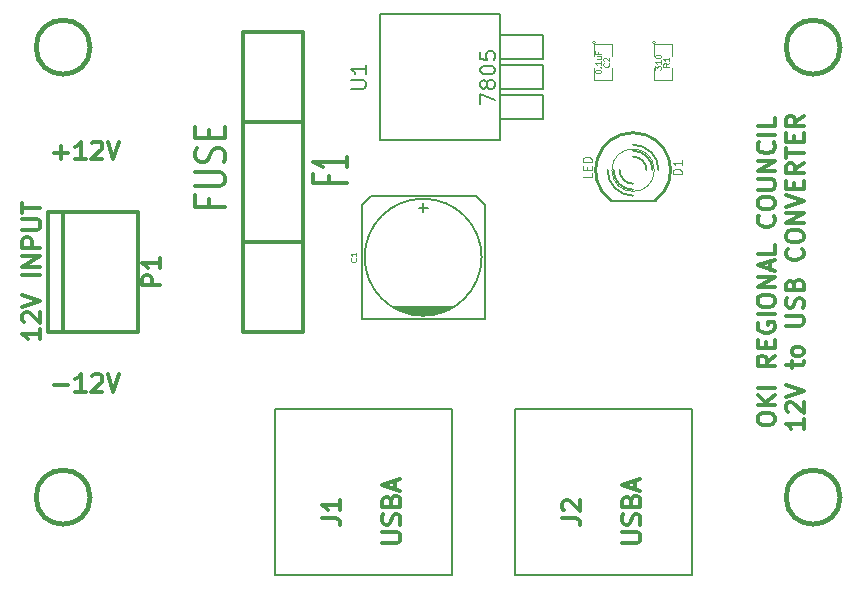
<source format=gto>
G04 (created by PCBNEW (2013-07-07 BZR 4022)-stable) date 6/6/2016 3:41:11 PM*
%MOIN*%
G04 Gerber Fmt 3.4, Leading zero omitted, Abs format*
%FSLAX34Y34*%
G01*
G70*
G90*
G04 APERTURE LIST*
%ADD10C,0.00590551*%
%ADD11C,0.011811*%
%ADD12C,0.005*%
%ADD13C,0.0039*%
%ADD14C,0.008*%
%ADD15C,0.003*%
%ADD16C,0.01*%
%ADD17C,0.006*%
%ADD18C,0.012*%
%ADD19C,0.015*%
%ADD20C,0.0043*%
%ADD21C,0.0035*%
%ADD22C,0.0047*%
G04 APERTURE END LIST*
G54D10*
G54D11*
X22209Y-22264D02*
X22659Y-22264D01*
X23250Y-22489D02*
X22912Y-22489D01*
X23081Y-22489D02*
X23081Y-21898D01*
X23025Y-21982D01*
X22968Y-22039D01*
X22912Y-22067D01*
X23474Y-21954D02*
X23503Y-21926D01*
X23559Y-21898D01*
X23699Y-21898D01*
X23756Y-21926D01*
X23784Y-21954D01*
X23812Y-22010D01*
X23812Y-22067D01*
X23784Y-22151D01*
X23446Y-22489D01*
X23812Y-22489D01*
X23981Y-21898D02*
X24178Y-22489D01*
X24374Y-21898D01*
X22209Y-14514D02*
X22659Y-14514D01*
X22434Y-14739D02*
X22434Y-14289D01*
X23250Y-14739D02*
X22912Y-14739D01*
X23081Y-14739D02*
X23081Y-14148D01*
X23025Y-14232D01*
X22968Y-14289D01*
X22912Y-14317D01*
X23474Y-14204D02*
X23503Y-14176D01*
X23559Y-14148D01*
X23699Y-14148D01*
X23756Y-14176D01*
X23784Y-14204D01*
X23812Y-14260D01*
X23812Y-14317D01*
X23784Y-14401D01*
X23446Y-14739D01*
X23812Y-14739D01*
X23981Y-14148D02*
X24178Y-14739D01*
X24374Y-14148D01*
X45648Y-23449D02*
X45648Y-23336D01*
X45676Y-23280D01*
X45732Y-23224D01*
X45845Y-23196D01*
X46042Y-23196D01*
X46154Y-23224D01*
X46210Y-23280D01*
X46239Y-23336D01*
X46239Y-23449D01*
X46210Y-23505D01*
X46154Y-23561D01*
X46042Y-23589D01*
X45845Y-23589D01*
X45732Y-23561D01*
X45676Y-23505D01*
X45648Y-23449D01*
X46239Y-22943D02*
X45648Y-22943D01*
X46239Y-22605D02*
X45901Y-22858D01*
X45648Y-22605D02*
X45985Y-22943D01*
X46239Y-22352D02*
X45648Y-22352D01*
X46239Y-21284D02*
X45957Y-21480D01*
X46239Y-21621D02*
X45648Y-21621D01*
X45648Y-21396D01*
X45676Y-21340D01*
X45704Y-21312D01*
X45760Y-21284D01*
X45845Y-21284D01*
X45901Y-21312D01*
X45929Y-21340D01*
X45957Y-21396D01*
X45957Y-21621D01*
X45929Y-21030D02*
X45929Y-20834D01*
X46239Y-20749D02*
X46239Y-21030D01*
X45648Y-21030D01*
X45648Y-20749D01*
X45676Y-20187D02*
X45648Y-20243D01*
X45648Y-20327D01*
X45676Y-20412D01*
X45732Y-20468D01*
X45789Y-20496D01*
X45901Y-20524D01*
X45985Y-20524D01*
X46098Y-20496D01*
X46154Y-20468D01*
X46210Y-20412D01*
X46239Y-20327D01*
X46239Y-20271D01*
X46210Y-20187D01*
X46182Y-20159D01*
X45985Y-20159D01*
X45985Y-20271D01*
X46239Y-19906D02*
X45648Y-19906D01*
X45648Y-19512D02*
X45648Y-19399D01*
X45676Y-19343D01*
X45732Y-19287D01*
X45845Y-19259D01*
X46042Y-19259D01*
X46154Y-19287D01*
X46210Y-19343D01*
X46239Y-19399D01*
X46239Y-19512D01*
X46210Y-19568D01*
X46154Y-19624D01*
X46042Y-19652D01*
X45845Y-19652D01*
X45732Y-19624D01*
X45676Y-19568D01*
X45648Y-19512D01*
X46239Y-19006D02*
X45648Y-19006D01*
X46239Y-18668D01*
X45648Y-18668D01*
X46070Y-18415D02*
X46070Y-18134D01*
X46239Y-18471D02*
X45648Y-18275D01*
X46239Y-18078D01*
X46239Y-17600D02*
X46239Y-17881D01*
X45648Y-17881D01*
X46182Y-16615D02*
X46210Y-16643D01*
X46239Y-16728D01*
X46239Y-16784D01*
X46210Y-16868D01*
X46154Y-16925D01*
X46098Y-16953D01*
X45985Y-16981D01*
X45901Y-16981D01*
X45789Y-16953D01*
X45732Y-16925D01*
X45676Y-16868D01*
X45648Y-16784D01*
X45648Y-16728D01*
X45676Y-16643D01*
X45704Y-16615D01*
X45648Y-16250D02*
X45648Y-16137D01*
X45676Y-16081D01*
X45732Y-16025D01*
X45845Y-15997D01*
X46042Y-15997D01*
X46154Y-16025D01*
X46210Y-16081D01*
X46239Y-16137D01*
X46239Y-16250D01*
X46210Y-16306D01*
X46154Y-16362D01*
X46042Y-16390D01*
X45845Y-16390D01*
X45732Y-16362D01*
X45676Y-16306D01*
X45648Y-16250D01*
X45648Y-15744D02*
X46126Y-15744D01*
X46182Y-15715D01*
X46210Y-15687D01*
X46239Y-15631D01*
X46239Y-15519D01*
X46210Y-15462D01*
X46182Y-15434D01*
X46126Y-15406D01*
X45648Y-15406D01*
X46239Y-15125D02*
X45648Y-15125D01*
X46239Y-14787D01*
X45648Y-14787D01*
X46182Y-14169D02*
X46210Y-14197D01*
X46239Y-14281D01*
X46239Y-14338D01*
X46210Y-14422D01*
X46154Y-14478D01*
X46098Y-14506D01*
X45985Y-14534D01*
X45901Y-14534D01*
X45789Y-14506D01*
X45732Y-14478D01*
X45676Y-14422D01*
X45648Y-14338D01*
X45648Y-14281D01*
X45676Y-14197D01*
X45704Y-14169D01*
X46239Y-13916D02*
X45648Y-13916D01*
X46239Y-13353D02*
X46239Y-13634D01*
X45648Y-13634D01*
X47183Y-23379D02*
X47183Y-23716D01*
X47183Y-23547D02*
X46593Y-23547D01*
X46677Y-23604D01*
X46733Y-23660D01*
X46762Y-23716D01*
X46649Y-23154D02*
X46621Y-23125D01*
X46593Y-23069D01*
X46593Y-22929D01*
X46621Y-22872D01*
X46649Y-22844D01*
X46705Y-22816D01*
X46762Y-22816D01*
X46846Y-22844D01*
X47183Y-23182D01*
X47183Y-22816D01*
X46593Y-22647D02*
X47183Y-22451D01*
X46593Y-22254D01*
X46790Y-21691D02*
X46790Y-21466D01*
X46593Y-21607D02*
X47099Y-21607D01*
X47155Y-21579D01*
X47183Y-21523D01*
X47183Y-21466D01*
X47183Y-21185D02*
X47155Y-21241D01*
X47127Y-21269D01*
X47071Y-21298D01*
X46902Y-21298D01*
X46846Y-21269D01*
X46818Y-21241D01*
X46790Y-21185D01*
X46790Y-21101D01*
X46818Y-21044D01*
X46846Y-21016D01*
X46902Y-20988D01*
X47071Y-20988D01*
X47127Y-21016D01*
X47155Y-21044D01*
X47183Y-21101D01*
X47183Y-21185D01*
X46593Y-20285D02*
X47071Y-20285D01*
X47127Y-20257D01*
X47155Y-20229D01*
X47183Y-20173D01*
X47183Y-20060D01*
X47155Y-20004D01*
X47127Y-19976D01*
X47071Y-19948D01*
X46593Y-19948D01*
X47155Y-19695D02*
X47183Y-19610D01*
X47183Y-19470D01*
X47155Y-19413D01*
X47127Y-19385D01*
X47071Y-19357D01*
X47015Y-19357D01*
X46958Y-19385D01*
X46930Y-19413D01*
X46902Y-19470D01*
X46874Y-19582D01*
X46846Y-19638D01*
X46818Y-19667D01*
X46762Y-19695D01*
X46705Y-19695D01*
X46649Y-19667D01*
X46621Y-19638D01*
X46593Y-19582D01*
X46593Y-19442D01*
X46621Y-19357D01*
X46874Y-18907D02*
X46902Y-18823D01*
X46930Y-18795D01*
X46987Y-18767D01*
X47071Y-18767D01*
X47127Y-18795D01*
X47155Y-18823D01*
X47183Y-18879D01*
X47183Y-19104D01*
X46593Y-19104D01*
X46593Y-18907D01*
X46621Y-18851D01*
X46649Y-18823D01*
X46705Y-18795D01*
X46762Y-18795D01*
X46818Y-18823D01*
X46846Y-18851D01*
X46874Y-18907D01*
X46874Y-19104D01*
X47127Y-17726D02*
X47155Y-17754D01*
X47183Y-17839D01*
X47183Y-17895D01*
X47155Y-17979D01*
X47099Y-18035D01*
X47043Y-18064D01*
X46930Y-18092D01*
X46846Y-18092D01*
X46733Y-18064D01*
X46677Y-18035D01*
X46621Y-17979D01*
X46593Y-17895D01*
X46593Y-17839D01*
X46621Y-17754D01*
X46649Y-17726D01*
X46593Y-17361D02*
X46593Y-17248D01*
X46621Y-17192D01*
X46677Y-17136D01*
X46790Y-17107D01*
X46987Y-17107D01*
X47099Y-17136D01*
X47155Y-17192D01*
X47183Y-17248D01*
X47183Y-17361D01*
X47155Y-17417D01*
X47099Y-17473D01*
X46987Y-17501D01*
X46790Y-17501D01*
X46677Y-17473D01*
X46621Y-17417D01*
X46593Y-17361D01*
X47183Y-16854D02*
X46593Y-16854D01*
X47183Y-16517D01*
X46593Y-16517D01*
X46593Y-16320D02*
X47183Y-16123D01*
X46593Y-15926D01*
X46874Y-15730D02*
X46874Y-15533D01*
X47183Y-15448D02*
X47183Y-15730D01*
X46593Y-15730D01*
X46593Y-15448D01*
X47183Y-14858D02*
X46902Y-15055D01*
X47183Y-15195D02*
X46593Y-15195D01*
X46593Y-14970D01*
X46621Y-14914D01*
X46649Y-14886D01*
X46705Y-14858D01*
X46790Y-14858D01*
X46846Y-14886D01*
X46874Y-14914D01*
X46902Y-14970D01*
X46902Y-15195D01*
X46593Y-14689D02*
X46593Y-14352D01*
X47183Y-14520D02*
X46593Y-14520D01*
X46874Y-14155D02*
X46874Y-13958D01*
X47183Y-13874D02*
X47183Y-14155D01*
X46593Y-14155D01*
X46593Y-13874D01*
X47183Y-13283D02*
X46902Y-13480D01*
X47183Y-13620D02*
X46593Y-13620D01*
X46593Y-13395D01*
X46621Y-13339D01*
X46649Y-13311D01*
X46705Y-13283D01*
X46790Y-13283D01*
X46846Y-13311D01*
X46874Y-13339D01*
X46902Y-13395D01*
X46902Y-13620D01*
G54D12*
X35450Y-23050D02*
X35450Y-28600D01*
X29550Y-28600D02*
X29550Y-23050D01*
X35450Y-23050D02*
X29550Y-23050D01*
X35450Y-28600D02*
X29550Y-28600D01*
X43450Y-23050D02*
X43450Y-28600D01*
X37550Y-28600D02*
X37550Y-23050D01*
X43450Y-23050D02*
X37550Y-23050D01*
X43450Y-28600D02*
X37550Y-28600D01*
G54D13*
X42250Y-10850D02*
G75*
G03X42250Y-10850I-50J0D01*
G74*
G01*
X42200Y-11300D02*
X42200Y-10900D01*
X42200Y-10900D02*
X42800Y-10900D01*
X42800Y-10900D02*
X42800Y-11300D01*
X42800Y-11700D02*
X42800Y-12100D01*
X42800Y-12100D02*
X42200Y-12100D01*
X42200Y-12100D02*
X42200Y-11700D01*
X40250Y-10850D02*
G75*
G03X40250Y-10850I-50J0D01*
G74*
G01*
X40200Y-11300D02*
X40200Y-10900D01*
X40200Y-10900D02*
X40800Y-10900D01*
X40800Y-10900D02*
X40800Y-11300D01*
X40800Y-11700D02*
X40800Y-12100D01*
X40800Y-12100D02*
X40200Y-12100D01*
X40200Y-12100D02*
X40200Y-11700D01*
G54D14*
X40750Y-16120D02*
X42250Y-16120D01*
G54D15*
X42207Y-15100D02*
G75*
G03X42207Y-15100I-707J0D01*
G74*
G01*
G54D16*
X42250Y-16099D02*
G75*
G03X40749Y-16099I-750J999D01*
G74*
G01*
G54D17*
X41950Y-15100D02*
G75*
G03X41500Y-14650I-450J0D01*
G74*
G01*
X41050Y-15100D02*
G75*
G03X41500Y-15550I450J0D01*
G74*
G01*
X42150Y-15100D02*
G75*
G03X41500Y-14450I-650J0D01*
G74*
G01*
X40850Y-15100D02*
G75*
G03X41500Y-15750I650J0D01*
G74*
G01*
X42350Y-15100D02*
G75*
G03X41500Y-14250I-850J0D01*
G74*
G01*
X40650Y-15100D02*
G75*
G03X41500Y-15950I850J0D01*
G74*
G01*
G54D18*
X28500Y-20500D02*
X28500Y-10500D01*
X28500Y-10500D02*
X30500Y-10500D01*
X30500Y-10500D02*
X30500Y-20500D01*
X30500Y-20500D02*
X28500Y-20500D01*
X28500Y-17500D02*
X30500Y-17500D01*
X28500Y-13500D02*
X30500Y-13500D01*
G54D12*
X37050Y-11400D02*
X38500Y-11400D01*
X38500Y-11400D02*
X38500Y-10600D01*
X38500Y-10600D02*
X37050Y-10600D01*
X37050Y-12400D02*
X38500Y-12400D01*
X38500Y-12400D02*
X38500Y-11600D01*
X38500Y-11600D02*
X37050Y-11600D01*
X37050Y-13400D02*
X38500Y-13400D01*
X38500Y-13400D02*
X38500Y-12600D01*
X38500Y-12600D02*
X37050Y-12600D01*
X37050Y-14100D02*
X37050Y-9900D01*
X37050Y-9900D02*
X33050Y-9900D01*
X33050Y-9900D02*
X33050Y-14100D01*
X33050Y-14100D02*
X37050Y-14100D01*
X34900Y-19900D02*
X34100Y-19900D01*
X33950Y-19850D02*
X35100Y-19850D01*
X35200Y-19800D02*
X33800Y-19800D01*
X33650Y-19750D02*
X35350Y-19750D01*
X35450Y-19700D02*
X33550Y-19700D01*
X33500Y-19650D02*
X35500Y-19650D01*
X36450Y-18000D02*
G75*
G03X36450Y-18000I-1950J0D01*
G74*
G01*
X32450Y-20050D02*
X36550Y-20050D01*
X36550Y-20050D02*
X36550Y-16250D01*
X36550Y-16250D02*
X36250Y-15950D01*
X36250Y-15950D02*
X32750Y-15950D01*
X32750Y-15950D02*
X32450Y-16250D01*
X32450Y-16250D02*
X32450Y-20050D01*
X34500Y-16200D02*
X34500Y-16500D01*
X34350Y-16350D02*
X34650Y-16350D01*
G54D18*
X22500Y-20500D02*
X22500Y-16500D01*
X22000Y-20500D02*
X25000Y-20500D01*
X25000Y-20500D02*
X25000Y-16500D01*
X25000Y-16500D02*
X22000Y-16500D01*
X22000Y-16500D02*
X22000Y-20500D01*
G54D19*
X23400Y-26000D02*
G75*
G03X23400Y-26000I-900J0D01*
G74*
G01*
X23400Y-11000D02*
G75*
G03X23400Y-11000I-900J0D01*
G74*
G01*
X48400Y-11000D02*
G75*
G03X48400Y-11000I-900J0D01*
G74*
G01*
X48400Y-26000D02*
G75*
G03X48400Y-26000I-900J0D01*
G74*
G01*
G54D18*
X31142Y-26700D02*
X31571Y-26700D01*
X31657Y-26728D01*
X31714Y-26785D01*
X31742Y-26871D01*
X31742Y-26928D01*
X31742Y-26100D02*
X31742Y-26442D01*
X31742Y-26271D02*
X31142Y-26271D01*
X31228Y-26328D01*
X31285Y-26385D01*
X31314Y-26442D01*
X33142Y-27514D02*
X33628Y-27514D01*
X33685Y-27485D01*
X33714Y-27457D01*
X33742Y-27400D01*
X33742Y-27285D01*
X33714Y-27228D01*
X33685Y-27200D01*
X33628Y-27171D01*
X33142Y-27171D01*
X33714Y-26914D02*
X33742Y-26828D01*
X33742Y-26685D01*
X33714Y-26628D01*
X33685Y-26600D01*
X33628Y-26571D01*
X33571Y-26571D01*
X33514Y-26600D01*
X33485Y-26628D01*
X33457Y-26685D01*
X33428Y-26800D01*
X33400Y-26857D01*
X33371Y-26885D01*
X33314Y-26914D01*
X33257Y-26914D01*
X33200Y-26885D01*
X33171Y-26857D01*
X33142Y-26800D01*
X33142Y-26657D01*
X33171Y-26571D01*
X33428Y-26114D02*
X33457Y-26028D01*
X33485Y-26000D01*
X33542Y-25971D01*
X33628Y-25971D01*
X33685Y-26000D01*
X33714Y-26028D01*
X33742Y-26085D01*
X33742Y-26314D01*
X33142Y-26314D01*
X33142Y-26114D01*
X33171Y-26057D01*
X33200Y-26028D01*
X33257Y-26000D01*
X33314Y-26000D01*
X33371Y-26028D01*
X33400Y-26057D01*
X33428Y-26114D01*
X33428Y-26314D01*
X33571Y-25742D02*
X33571Y-25457D01*
X33742Y-25800D02*
X33142Y-25600D01*
X33742Y-25400D01*
X39142Y-26700D02*
X39571Y-26700D01*
X39657Y-26728D01*
X39714Y-26785D01*
X39742Y-26871D01*
X39742Y-26928D01*
X39200Y-26442D02*
X39171Y-26414D01*
X39142Y-26357D01*
X39142Y-26214D01*
X39171Y-26157D01*
X39200Y-26128D01*
X39257Y-26100D01*
X39314Y-26100D01*
X39400Y-26128D01*
X39742Y-26471D01*
X39742Y-26100D01*
X41142Y-27514D02*
X41628Y-27514D01*
X41685Y-27485D01*
X41714Y-27457D01*
X41742Y-27400D01*
X41742Y-27285D01*
X41714Y-27228D01*
X41685Y-27200D01*
X41628Y-27171D01*
X41142Y-27171D01*
X41714Y-26914D02*
X41742Y-26828D01*
X41742Y-26685D01*
X41714Y-26628D01*
X41685Y-26600D01*
X41628Y-26571D01*
X41571Y-26571D01*
X41514Y-26600D01*
X41485Y-26628D01*
X41457Y-26685D01*
X41428Y-26800D01*
X41400Y-26857D01*
X41371Y-26885D01*
X41314Y-26914D01*
X41257Y-26914D01*
X41200Y-26885D01*
X41171Y-26857D01*
X41142Y-26800D01*
X41142Y-26657D01*
X41171Y-26571D01*
X41428Y-26114D02*
X41457Y-26028D01*
X41485Y-26000D01*
X41542Y-25971D01*
X41628Y-25971D01*
X41685Y-26000D01*
X41714Y-26028D01*
X41742Y-26085D01*
X41742Y-26314D01*
X41142Y-26314D01*
X41142Y-26114D01*
X41171Y-26057D01*
X41200Y-26028D01*
X41257Y-26000D01*
X41314Y-26000D01*
X41371Y-26028D01*
X41400Y-26057D01*
X41428Y-26114D01*
X41428Y-26314D01*
X41571Y-25742D02*
X41571Y-25457D01*
X41742Y-25800D02*
X41142Y-25600D01*
X41742Y-25400D01*
G54D20*
X42704Y-11532D02*
X42610Y-11598D01*
X42704Y-11645D02*
X42507Y-11645D01*
X42507Y-11570D01*
X42517Y-11551D01*
X42526Y-11542D01*
X42545Y-11532D01*
X42573Y-11532D01*
X42592Y-11542D01*
X42601Y-11551D01*
X42610Y-11570D01*
X42610Y-11645D01*
X42704Y-11345D02*
X42704Y-11457D01*
X42704Y-11401D02*
X42507Y-11401D01*
X42535Y-11420D01*
X42554Y-11439D01*
X42564Y-11457D01*
X42232Y-11753D02*
X42232Y-11631D01*
X42307Y-11696D01*
X42307Y-11668D01*
X42317Y-11650D01*
X42326Y-11640D01*
X42345Y-11631D01*
X42392Y-11631D01*
X42410Y-11640D01*
X42420Y-11650D01*
X42429Y-11668D01*
X42429Y-11725D01*
X42420Y-11743D01*
X42410Y-11753D01*
X42429Y-11443D02*
X42429Y-11556D01*
X42429Y-11500D02*
X42232Y-11500D01*
X42260Y-11518D01*
X42279Y-11537D01*
X42289Y-11556D01*
X42232Y-11321D02*
X42232Y-11303D01*
X42242Y-11284D01*
X42251Y-11274D01*
X42270Y-11265D01*
X42307Y-11256D01*
X42354Y-11256D01*
X42392Y-11265D01*
X42410Y-11274D01*
X42420Y-11284D01*
X42429Y-11303D01*
X42429Y-11321D01*
X42420Y-11340D01*
X42410Y-11349D01*
X42392Y-11359D01*
X42354Y-11368D01*
X42307Y-11368D01*
X42270Y-11359D01*
X42251Y-11349D01*
X42242Y-11340D01*
X42232Y-11321D01*
X40685Y-11532D02*
X40695Y-11542D01*
X40704Y-11570D01*
X40704Y-11589D01*
X40695Y-11617D01*
X40676Y-11636D01*
X40657Y-11645D01*
X40620Y-11654D01*
X40592Y-11654D01*
X40554Y-11645D01*
X40535Y-11636D01*
X40517Y-11617D01*
X40507Y-11589D01*
X40507Y-11570D01*
X40517Y-11542D01*
X40526Y-11532D01*
X40526Y-11457D02*
X40517Y-11448D01*
X40507Y-11429D01*
X40507Y-11382D01*
X40517Y-11363D01*
X40526Y-11354D01*
X40545Y-11345D01*
X40564Y-11345D01*
X40592Y-11354D01*
X40704Y-11467D01*
X40704Y-11345D01*
X40232Y-11823D02*
X40232Y-11804D01*
X40242Y-11786D01*
X40251Y-11776D01*
X40270Y-11767D01*
X40307Y-11757D01*
X40354Y-11757D01*
X40392Y-11767D01*
X40410Y-11776D01*
X40420Y-11786D01*
X40429Y-11804D01*
X40429Y-11823D01*
X40420Y-11842D01*
X40410Y-11851D01*
X40392Y-11861D01*
X40354Y-11870D01*
X40307Y-11870D01*
X40270Y-11861D01*
X40251Y-11851D01*
X40242Y-11842D01*
X40232Y-11823D01*
X40410Y-11673D02*
X40420Y-11664D01*
X40429Y-11673D01*
X40420Y-11682D01*
X40410Y-11673D01*
X40429Y-11673D01*
X40429Y-11476D02*
X40429Y-11589D01*
X40429Y-11532D02*
X40232Y-11532D01*
X40260Y-11551D01*
X40279Y-11570D01*
X40289Y-11589D01*
X40298Y-11307D02*
X40429Y-11307D01*
X40298Y-11392D02*
X40401Y-11392D01*
X40420Y-11382D01*
X40429Y-11363D01*
X40429Y-11335D01*
X40420Y-11317D01*
X40410Y-11307D01*
X40326Y-11148D02*
X40326Y-11213D01*
X40429Y-11213D02*
X40232Y-11213D01*
X40232Y-11120D01*
G54D21*
X43121Y-15221D02*
X42821Y-15221D01*
X42821Y-15150D01*
X42835Y-15107D01*
X42864Y-15078D01*
X42892Y-15064D01*
X42950Y-15050D01*
X42992Y-15050D01*
X43050Y-15064D01*
X43078Y-15078D01*
X43107Y-15107D01*
X43121Y-15150D01*
X43121Y-15221D01*
X43121Y-14764D02*
X43121Y-14935D01*
X43121Y-14850D02*
X42821Y-14850D01*
X42864Y-14878D01*
X42892Y-14907D01*
X42907Y-14935D01*
X40121Y-15192D02*
X40121Y-15335D01*
X39821Y-15335D01*
X39964Y-15092D02*
X39964Y-14992D01*
X40121Y-14950D02*
X40121Y-15092D01*
X39821Y-15092D01*
X39821Y-14950D01*
X40121Y-14821D02*
X39821Y-14821D01*
X39821Y-14750D01*
X39835Y-14707D01*
X39864Y-14678D01*
X39892Y-14664D01*
X39950Y-14650D01*
X39992Y-14650D01*
X40050Y-14664D01*
X40078Y-14678D01*
X40107Y-14707D01*
X40121Y-14750D01*
X40121Y-14821D01*
G54D18*
X31367Y-15309D02*
X31367Y-15518D01*
X31951Y-15518D02*
X30835Y-15518D01*
X30835Y-15219D01*
X31951Y-14651D02*
X31951Y-15010D01*
X31951Y-14830D02*
X30835Y-14830D01*
X30995Y-14890D01*
X31101Y-14950D01*
X31154Y-15010D01*
X27380Y-16047D02*
X27380Y-16314D01*
X27904Y-16314D02*
X26904Y-16314D01*
X26904Y-15933D01*
X26904Y-15628D02*
X27714Y-15628D01*
X27809Y-15590D01*
X27857Y-15552D01*
X27904Y-15476D01*
X27904Y-15323D01*
X27857Y-15247D01*
X27809Y-15209D01*
X27714Y-15171D01*
X26904Y-15171D01*
X27857Y-14828D02*
X27904Y-14714D01*
X27904Y-14523D01*
X27857Y-14447D01*
X27809Y-14409D01*
X27714Y-14371D01*
X27619Y-14371D01*
X27523Y-14409D01*
X27476Y-14447D01*
X27428Y-14523D01*
X27380Y-14676D01*
X27333Y-14752D01*
X27285Y-14790D01*
X27190Y-14828D01*
X27095Y-14828D01*
X27000Y-14790D01*
X26952Y-14752D01*
X26904Y-14676D01*
X26904Y-14485D01*
X26952Y-14371D01*
X27380Y-14028D02*
X27380Y-13761D01*
X27904Y-13647D02*
X27904Y-14028D01*
X26904Y-14028D01*
X26904Y-13647D01*
G54D17*
X32102Y-12380D02*
X32507Y-12380D01*
X32554Y-12357D01*
X32578Y-12333D01*
X32602Y-12285D01*
X32602Y-12190D01*
X32578Y-12142D01*
X32554Y-12119D01*
X32507Y-12095D01*
X32102Y-12095D01*
X32602Y-11595D02*
X32602Y-11880D01*
X32602Y-11738D02*
X32102Y-11738D01*
X32173Y-11785D01*
X32221Y-11833D01*
X32245Y-11880D01*
X36402Y-12880D02*
X36402Y-12547D01*
X36902Y-12761D01*
X36616Y-12285D02*
X36592Y-12333D01*
X36569Y-12357D01*
X36521Y-12380D01*
X36497Y-12380D01*
X36450Y-12357D01*
X36426Y-12333D01*
X36402Y-12285D01*
X36402Y-12190D01*
X36426Y-12142D01*
X36450Y-12119D01*
X36497Y-12095D01*
X36521Y-12095D01*
X36569Y-12119D01*
X36592Y-12142D01*
X36616Y-12190D01*
X36616Y-12285D01*
X36640Y-12333D01*
X36664Y-12357D01*
X36711Y-12380D01*
X36807Y-12380D01*
X36854Y-12357D01*
X36878Y-12333D01*
X36902Y-12285D01*
X36902Y-12190D01*
X36878Y-12142D01*
X36854Y-12119D01*
X36807Y-12095D01*
X36711Y-12095D01*
X36664Y-12119D01*
X36640Y-12142D01*
X36616Y-12190D01*
X36402Y-11785D02*
X36402Y-11738D01*
X36426Y-11690D01*
X36450Y-11666D01*
X36497Y-11642D01*
X36592Y-11619D01*
X36711Y-11619D01*
X36807Y-11642D01*
X36854Y-11666D01*
X36878Y-11690D01*
X36902Y-11738D01*
X36902Y-11785D01*
X36878Y-11833D01*
X36854Y-11857D01*
X36807Y-11880D01*
X36711Y-11904D01*
X36592Y-11904D01*
X36497Y-11880D01*
X36450Y-11857D01*
X36426Y-11833D01*
X36402Y-11785D01*
X36402Y-11166D02*
X36402Y-11404D01*
X36640Y-11428D01*
X36616Y-11404D01*
X36592Y-11357D01*
X36592Y-11238D01*
X36616Y-11190D01*
X36640Y-11166D01*
X36688Y-11142D01*
X36807Y-11142D01*
X36854Y-11166D01*
X36878Y-11190D01*
X36902Y-11238D01*
X36902Y-11357D01*
X36878Y-11404D01*
X36854Y-11428D01*
G54D22*
X32260Y-18032D02*
X32270Y-18042D01*
X32279Y-18070D01*
X32279Y-18089D01*
X32270Y-18117D01*
X32251Y-18136D01*
X32232Y-18145D01*
X32195Y-18154D01*
X32167Y-18154D01*
X32129Y-18145D01*
X32110Y-18136D01*
X32092Y-18117D01*
X32082Y-18089D01*
X32082Y-18070D01*
X32092Y-18042D01*
X32101Y-18032D01*
X32279Y-17845D02*
X32279Y-17957D01*
X32279Y-17901D02*
X32082Y-17901D01*
X32110Y-17920D01*
X32129Y-17939D01*
X32139Y-17957D01*
G54D18*
X25742Y-18942D02*
X25142Y-18942D01*
X25142Y-18714D01*
X25171Y-18657D01*
X25200Y-18628D01*
X25257Y-18600D01*
X25342Y-18600D01*
X25400Y-18628D01*
X25428Y-18657D01*
X25457Y-18714D01*
X25457Y-18942D01*
X25742Y-18028D02*
X25742Y-18371D01*
X25742Y-18200D02*
X25142Y-18200D01*
X25228Y-18257D01*
X25285Y-18314D01*
X25314Y-18371D01*
X21742Y-20400D02*
X21742Y-20742D01*
X21742Y-20571D02*
X21142Y-20571D01*
X21228Y-20628D01*
X21285Y-20685D01*
X21314Y-20742D01*
X21200Y-20171D02*
X21171Y-20142D01*
X21142Y-20085D01*
X21142Y-19942D01*
X21171Y-19885D01*
X21200Y-19857D01*
X21257Y-19828D01*
X21314Y-19828D01*
X21400Y-19857D01*
X21742Y-20200D01*
X21742Y-19828D01*
X21142Y-19657D02*
X21742Y-19457D01*
X21142Y-19257D01*
X21742Y-18599D02*
X21142Y-18599D01*
X21742Y-18314D02*
X21142Y-18314D01*
X21742Y-17971D01*
X21142Y-17971D01*
X21742Y-17685D02*
X21142Y-17685D01*
X21142Y-17457D01*
X21171Y-17400D01*
X21200Y-17371D01*
X21257Y-17342D01*
X21342Y-17342D01*
X21400Y-17371D01*
X21428Y-17400D01*
X21457Y-17457D01*
X21457Y-17685D01*
X21142Y-17085D02*
X21628Y-17085D01*
X21685Y-17057D01*
X21714Y-17028D01*
X21742Y-16971D01*
X21742Y-16857D01*
X21714Y-16800D01*
X21685Y-16771D01*
X21628Y-16742D01*
X21142Y-16742D01*
X21142Y-16542D02*
X21142Y-16200D01*
X21742Y-16371D02*
X21142Y-16371D01*
G54D16*
M02*

</source>
